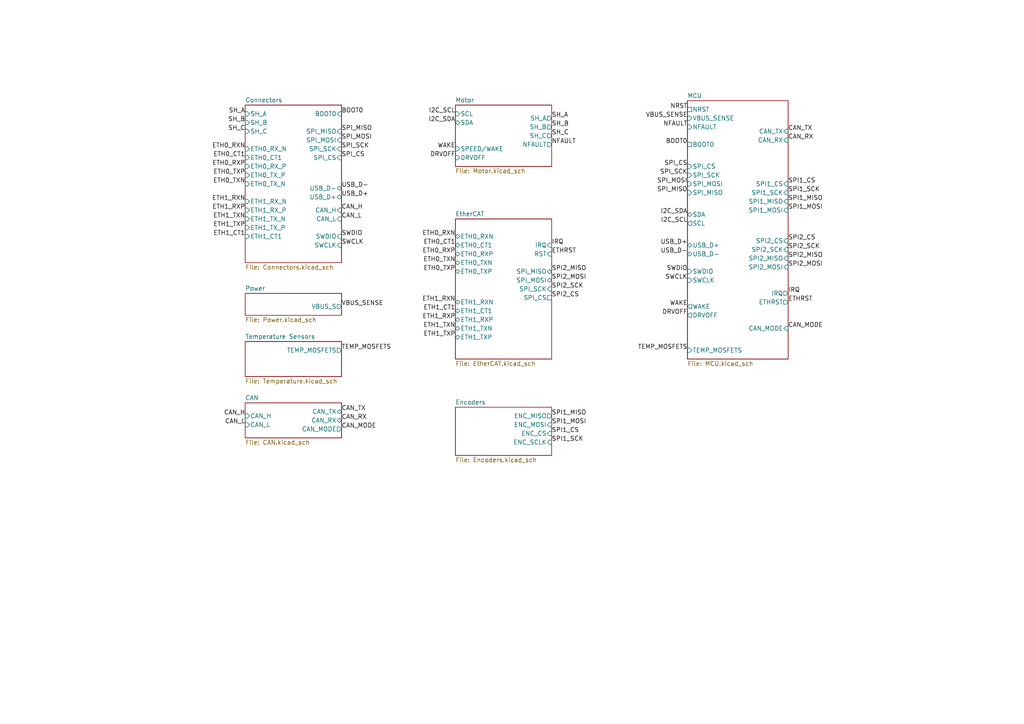
<source format=kicad_sch>
(kicad_sch
	(version 20231120)
	(generator "eeschema")
	(generator_version "8.0")
	(uuid "4c927f80-855d-490a-80b2-e5c55283621a")
	(paper "A4")
	(lib_symbols)
	(label "NRST"
		(at 199.39 31.75 180)
		(fields_autoplaced yes)
		(effects
			(font
				(size 1.27 1.27)
			)
			(justify right bottom)
		)
		(uuid "02f84610-5bdd-4465-aa29-6c8dac7b01af")
	)
	(label "CAN_RX"
		(at 228.6 40.64 0)
		(fields_autoplaced yes)
		(effects
			(font
				(size 1.27 1.27)
			)
			(justify left bottom)
		)
		(uuid "0bf6c9fe-93da-4cc1-995b-4b2818aa772e")
	)
	(label "SPI1_SCK"
		(at 228.6 55.88 0)
		(fields_autoplaced yes)
		(effects
			(font
				(size 1.27 1.27)
			)
			(justify left bottom)
		)
		(uuid "13d7df91-8406-4f9a-ad33-fdb5491dff7b")
	)
	(label "I2C_SDA"
		(at 199.39 62.23 180)
		(fields_autoplaced yes)
		(effects
			(font
				(size 1.27 1.27)
			)
			(justify right bottom)
		)
		(uuid "187ac0b9-0383-4b32-88b5-d04290251970")
	)
	(label "SPI2_SCK"
		(at 228.6 72.39 0)
		(fields_autoplaced yes)
		(effects
			(font
				(size 1.27 1.27)
			)
			(justify left bottom)
		)
		(uuid "1b28495f-2e7b-4265-bcea-6bc183d8326a")
	)
	(label "SPI1_MOSI"
		(at 228.6 60.96 0)
		(fields_autoplaced yes)
		(effects
			(font
				(size 1.27 1.27)
			)
			(justify left bottom)
		)
		(uuid "1b8e1cd2-8a7c-4980-b203-dbdd449eba4d")
	)
	(label "ETH1_RXN"
		(at 132.08 87.63 180)
		(fields_autoplaced yes)
		(effects
			(font
				(size 1.27 1.27)
			)
			(justify right bottom)
		)
		(uuid "1c0178f8-4bed-425a-b6df-d7abdc7df607")
	)
	(label "SPI_MISO"
		(at 199.39 55.88 180)
		(fields_autoplaced yes)
		(effects
			(font
				(size 1.27 1.27)
			)
			(justify right bottom)
		)
		(uuid "22260fda-ea9b-48b6-b48b-a48090fc3bdd")
	)
	(label "VBUS_SENSE"
		(at 199.39 34.29 180)
		(fields_autoplaced yes)
		(effects
			(font
				(size 1.27 1.27)
			)
			(justify right bottom)
		)
		(uuid "28d83530-9b2a-4a2e-b533-4910177958ee")
	)
	(label "CAN_MODE"
		(at 99.06 124.46 0)
		(fields_autoplaced yes)
		(effects
			(font
				(size 1.27 1.27)
			)
			(justify left bottom)
		)
		(uuid "29288a76-bcf8-4e8a-86a0-fce27769ca61")
	)
	(label "WAKE"
		(at 199.39 88.9 180)
		(fields_autoplaced yes)
		(effects
			(font
				(size 1.27 1.27)
			)
			(justify right bottom)
		)
		(uuid "32b9301c-24aa-4160-8a40-00df019aadab")
	)
	(label "SPI2_MISO"
		(at 228.6 74.93 0)
		(fields_autoplaced yes)
		(effects
			(font
				(size 1.27 1.27)
			)
			(justify left bottom)
		)
		(uuid "34905789-c119-4ec2-895c-1a1c520ff46e")
	)
	(label "SWCLK"
		(at 99.06 71.12 0)
		(fields_autoplaced yes)
		(effects
			(font
				(size 1.27 1.27)
			)
			(justify left bottom)
		)
		(uuid "3571142d-88fd-452d-a152-0cf1b78e80ec")
	)
	(label "I2C_SCL"
		(at 199.39 64.77 180)
		(fields_autoplaced yes)
		(effects
			(font
				(size 1.27 1.27)
			)
			(justify right bottom)
		)
		(uuid "387e04ef-040d-4935-98e1-36b96df6ce34")
	)
	(label "USB_D+"
		(at 99.06 57.15 0)
		(fields_autoplaced yes)
		(effects
			(font
				(size 1.27 1.27)
			)
			(justify left bottom)
		)
		(uuid "39093322-7ce1-488f-940b-3cc36c3b215a")
	)
	(label "CAN_RX"
		(at 99.06 121.92 0)
		(fields_autoplaced yes)
		(effects
			(font
				(size 1.27 1.27)
			)
			(justify left bottom)
		)
		(uuid "4122345a-eb98-46da-a929-c1eac2780a4d")
	)
	(label "SPI2_CS"
		(at 160.02 86.36 0)
		(fields_autoplaced yes)
		(effects
			(font
				(size 1.27 1.27)
			)
			(justify left bottom)
		)
		(uuid "414b32e4-feaf-4cb8-926d-2639d3da2fa5")
	)
	(label "SH_B"
		(at 160.02 36.83 0)
		(fields_autoplaced yes)
		(effects
			(font
				(size 1.27 1.27)
			)
			(justify left bottom)
		)
		(uuid "4556101d-872b-4cba-ab2a-8a04f8ed108a")
	)
	(label "SPI1_SCK"
		(at 160.02 128.27 0)
		(fields_autoplaced yes)
		(effects
			(font
				(size 1.27 1.27)
			)
			(justify left bottom)
		)
		(uuid "49b9b0f3-b477-49cd-ad74-c2621225ff99")
	)
	(label "SPI1_MISO"
		(at 160.02 120.65 0)
		(fields_autoplaced yes)
		(effects
			(font
				(size 1.27 1.27)
			)
			(justify left bottom)
		)
		(uuid "4f751b7c-302d-4866-a4b4-e3e619f6d6b3")
	)
	(label "USB_D-"
		(at 199.39 73.66 180)
		(fields_autoplaced yes)
		(effects
			(font
				(size 1.27 1.27)
			)
			(justify right bottom)
		)
		(uuid "50d89f5d-298b-465f-ac53-9a37a875827d")
	)
	(label "NFAULT"
		(at 160.02 41.91 0)
		(fields_autoplaced yes)
		(effects
			(font
				(size 1.27 1.27)
			)
			(justify left bottom)
		)
		(uuid "521e94ea-07a7-4177-b393-fd919bd7ba47")
	)
	(label "ETH0_RXN"
		(at 71.12 43.18 180)
		(fields_autoplaced yes)
		(effects
			(font
				(size 1.27 1.27)
			)
			(justify right bottom)
		)
		(uuid "529ab8cf-9f2a-4c4d-885a-4d7827571e2d")
	)
	(label "ETH1_RXN"
		(at 71.12 58.42 180)
		(fields_autoplaced yes)
		(effects
			(font
				(size 1.27 1.27)
			)
			(justify right bottom)
		)
		(uuid "5876932f-ecda-4384-a26a-a08dd3100c97")
	)
	(label "SWDIO"
		(at 199.39 78.74 180)
		(fields_autoplaced yes)
		(effects
			(font
				(size 1.27 1.27)
			)
			(justify right bottom)
		)
		(uuid "59ce6e6a-aa7e-4504-9588-218fab37ca61")
	)
	(label "ETH0_RXN"
		(at 132.08 68.58 180)
		(fields_autoplaced yes)
		(effects
			(font
				(size 1.27 1.27)
			)
			(justify right bottom)
		)
		(uuid "5b49c261-1ca7-465e-8104-647ae2a4f935")
	)
	(label "SPI_CS"
		(at 199.39 48.26 180)
		(fields_autoplaced yes)
		(effects
			(font
				(size 1.27 1.27)
			)
			(justify right bottom)
		)
		(uuid "60af8084-b49b-4136-bf10-aba14e98d39c")
	)
	(label "CAN_TX"
		(at 99.06 119.38 0)
		(fields_autoplaced yes)
		(effects
			(font
				(size 1.27 1.27)
			)
			(justify left bottom)
		)
		(uuid "63ceb5a8-b5eb-44e9-90f0-366a88221923")
	)
	(label "SPI2_MOSI"
		(at 160.02 81.28 0)
		(fields_autoplaced yes)
		(effects
			(font
				(size 1.27 1.27)
			)
			(justify left bottom)
		)
		(uuid "65f9dbde-ad14-4967-b1b7-3aa3b6546cfe")
	)
	(label "SPI1_MOSI"
		(at 160.02 123.19 0)
		(fields_autoplaced yes)
		(effects
			(font
				(size 1.27 1.27)
			)
			(justify left bottom)
		)
		(uuid "66a8f50c-8965-4b66-9c94-8a0f8d96549f")
	)
	(label "SPI_MISO"
		(at 99.06 38.1 0)
		(fields_autoplaced yes)
		(effects
			(font
				(size 1.27 1.27)
			)
			(justify left bottom)
		)
		(uuid "67e924b3-7477-4ff7-85b1-5d4de95dd46c")
	)
	(label "ETH1_TXN"
		(at 71.12 63.5 180)
		(fields_autoplaced yes)
		(effects
			(font
				(size 1.27 1.27)
			)
			(justify right bottom)
		)
		(uuid "6c3f70a8-a06a-4657-88ce-f85a87e06a20")
	)
	(label "ETH0_TXN"
		(at 71.12 53.34 180)
		(fields_autoplaced yes)
		(effects
			(font
				(size 1.27 1.27)
			)
			(justify right bottom)
		)
		(uuid "6e3aa356-5c51-4f78-ba53-a07e067676d4")
	)
	(label "NFAULT"
		(at 199.39 36.83 180)
		(fields_autoplaced yes)
		(effects
			(font
				(size 1.27 1.27)
			)
			(justify right bottom)
		)
		(uuid "70590270-b5bb-468d-8ef6-32251d2bb143")
	)
	(label "SPI2_SCK"
		(at 160.02 83.82 0)
		(fields_autoplaced yes)
		(effects
			(font
				(size 1.27 1.27)
			)
			(justify left bottom)
		)
		(uuid "708f5c95-254f-4f67-b927-3ebb51c5e89a")
	)
	(label "SH_C"
		(at 71.12 38.1 180)
		(fields_autoplaced yes)
		(effects
			(font
				(size 1.27 1.27)
			)
			(justify right bottom)
		)
		(uuid "73239287-4fce-4c65-a3f8-bd4672154c76")
	)
	(label "SPI_MOSI"
		(at 99.06 40.64 0)
		(fields_autoplaced yes)
		(effects
			(font
				(size 1.27 1.27)
			)
			(justify left bottom)
		)
		(uuid "761f6463-3562-475f-8201-04445e8f3b5a")
	)
	(label "ETHRST"
		(at 160.02 73.66 0)
		(fields_autoplaced yes)
		(effects
			(font
				(size 1.27 1.27)
			)
			(justify left bottom)
		)
		(uuid "76cf506d-9694-4f6a-b2cd-b5dbdf7de529")
	)
	(label "SH_B"
		(at 71.12 35.56 180)
		(fields_autoplaced yes)
		(effects
			(font
				(size 1.27 1.27)
			)
			(justify right bottom)
		)
		(uuid "7ac238df-0fd9-493d-a7c2-be5dc191914b")
	)
	(label "USB_D-"
		(at 99.06 54.61 0)
		(fields_autoplaced yes)
		(effects
			(font
				(size 1.27 1.27)
			)
			(justify left bottom)
		)
		(uuid "7f231080-978e-4394-8b04-cd6a7b0e3762")
	)
	(label "TEMP_MOSFETS"
		(at 99.06 101.6 0)
		(fields_autoplaced yes)
		(effects
			(font
				(size 1.27 1.27)
			)
			(justify left bottom)
		)
		(uuid "806a8a9f-14c5-4b21-a0a4-f25723f64eb2")
	)
	(label "ETH0_TXP"
		(at 132.08 78.74 180)
		(fields_autoplaced yes)
		(effects
			(font
				(size 1.27 1.27)
			)
			(justify right bottom)
		)
		(uuid "86b1ba97-52d0-494b-9076-13a3a5a01957")
	)
	(label "CAN_MODE"
		(at 228.6 95.25 0)
		(fields_autoplaced yes)
		(effects
			(font
				(size 1.27 1.27)
			)
			(justify left bottom)
		)
		(uuid "89212bbf-8b4a-433a-8411-9d62e9f24088")
	)
	(label "ETH0_TXN"
		(at 132.08 76.2 180)
		(fields_autoplaced yes)
		(effects
			(font
				(size 1.27 1.27)
			)
			(justify right bottom)
		)
		(uuid "89704965-dfd1-4688-97a2-4695d81e0237")
	)
	(label "CAN_H"
		(at 99.06 60.96 0)
		(fields_autoplaced yes)
		(effects
			(font
				(size 1.27 1.27)
			)
			(justify left bottom)
		)
		(uuid "89f92578-640a-4e73-b191-b74fcee52cee")
	)
	(label "SPI_SCK"
		(at 99.06 43.18 0)
		(fields_autoplaced yes)
		(effects
			(font
				(size 1.27 1.27)
			)
			(justify left bottom)
		)
		(uuid "8a1bce2c-2524-41cb-9404-c216e57dd7e8")
	)
	(label "BOOT0"
		(at 99.06 33.02 0)
		(fields_autoplaced yes)
		(effects
			(font
				(size 1.27 1.27)
			)
			(justify left bottom)
		)
		(uuid "90d3edbe-d700-4223-aa95-eb74603374b8")
	)
	(label "SPI1_CS"
		(at 228.6 53.34 0)
		(fields_autoplaced yes)
		(effects
			(font
				(size 1.27 1.27)
			)
			(justify left bottom)
		)
		(uuid "921a2bbd-c47f-4db7-8262-26f915622fd2")
	)
	(label "TEMP_MOSFETS"
		(at 199.39 101.6 180)
		(fields_autoplaced yes)
		(effects
			(font
				(size 1.27 1.27)
			)
			(justify right bottom)
		)
		(uuid "99a348bb-971d-4f3c-84ca-320dca9b37c3")
	)
	(label "CAN_H"
		(at 71.12 120.65 180)
		(fields_autoplaced yes)
		(effects
			(font
				(size 1.27 1.27)
			)
			(justify right bottom)
		)
		(uuid "9a3ef9a1-aed5-4e5d-a031-3e9bc8fad3a0")
	)
	(label "ETH0_TXP"
		(at 71.12 50.8 180)
		(fields_autoplaced yes)
		(effects
			(font
				(size 1.27 1.27)
			)
			(justify right bottom)
		)
		(uuid "9f7b687d-04a2-44cd-b335-0961a261aa92")
	)
	(label "SPI2_MOSI"
		(at 228.6 77.47 0)
		(fields_autoplaced yes)
		(effects
			(font
				(size 1.27 1.27)
			)
			(justify left bottom)
		)
		(uuid "a13109f4-ebcd-4f48-8c49-60479f73e786")
	)
	(label "SPI1_CS"
		(at 160.02 125.73 0)
		(fields_autoplaced yes)
		(effects
			(font
				(size 1.27 1.27)
			)
			(justify left bottom)
		)
		(uuid "a18ff11f-027c-44b4-9295-6d57dcd40376")
	)
	(label "ETH1_TXP"
		(at 132.08 97.79 180)
		(fields_autoplaced yes)
		(effects
			(font
				(size 1.27 1.27)
			)
			(justify right bottom)
		)
		(uuid "a349e52a-b7a4-4b41-b758-ecf25f1a6cec")
	)
	(label "SPI2_CS"
		(at 228.6 69.85 0)
		(fields_autoplaced yes)
		(effects
			(font
				(size 1.27 1.27)
			)
			(justify left bottom)
		)
		(uuid "a62afe70-34ac-4b4d-bfaf-64ef20051b28")
	)
	(label "DRVOFF"
		(at 132.08 45.72 180)
		(fields_autoplaced yes)
		(effects
			(font
				(size 1.27 1.27)
			)
			(justify right bottom)
		)
		(uuid "a74682ea-e496-426c-8926-12960d7a1541")
	)
	(label "SH_A"
		(at 160.02 34.29 0)
		(fields_autoplaced yes)
		(effects
			(font
				(size 1.27 1.27)
			)
			(justify left bottom)
		)
		(uuid "a848b64d-a7da-4b77-86dd-1c0bc6647f73")
	)
	(label "SPI2_MISO"
		(at 160.02 78.74 0)
		(fields_autoplaced yes)
		(effects
			(font
				(size 1.27 1.27)
			)
			(justify left bottom)
		)
		(uuid "aca623af-a73f-4b9f-ad50-db1145629047")
	)
	(label "SWDIO"
		(at 99.06 68.58 0)
		(fields_autoplaced yes)
		(effects
			(font
				(size 1.27 1.27)
			)
			(justify left bottom)
		)
		(uuid "acd1f192-3d70-457a-95e4-6d43353a73ff")
	)
	(label "WAKE"
		(at 132.08 43.18 180)
		(fields_autoplaced yes)
		(effects
			(font
				(size 1.27 1.27)
			)
			(justify right bottom)
		)
		(uuid "b1c349bd-a5cf-4a41-b02d-34dd982a1439")
	)
	(label "ETH0_CT1"
		(at 132.08 71.12 180)
		(fields_autoplaced yes)
		(effects
			(font
				(size 1.27 1.27)
			)
			(justify right bottom)
		)
		(uuid "b29831e2-de5e-4f08-8f58-89bda01c4e73")
	)
	(label "SH_C"
		(at 160.02 39.37 0)
		(fields_autoplaced yes)
		(effects
			(font
				(size 1.27 1.27)
			)
			(justify left bottom)
		)
		(uuid "b3d8718e-38c2-489d-9b3a-e387dd2ad5e7")
	)
	(label "SPI1_MISO"
		(at 228.6 58.42 0)
		(fields_autoplaced yes)
		(effects
			(font
				(size 1.27 1.27)
			)
			(justify left bottom)
		)
		(uuid "b5a07043-0f1d-4773-9418-2ec29f7df913")
	)
	(label "CAN_L"
		(at 99.06 63.5 0)
		(fields_autoplaced yes)
		(effects
			(font
				(size 1.27 1.27)
			)
			(justify left bottom)
		)
		(uuid "b69044a2-e1ef-4f39-8ba2-393deb42ea2e")
	)
	(label "SH_A"
		(at 71.12 33.02 180)
		(fields_autoplaced yes)
		(effects
			(font
				(size 1.27 1.27)
			)
			(justify right bottom)
		)
		(uuid "b7815a16-49c1-429b-a524-00711d04597b")
	)
	(label "ETH1_CT1"
		(at 71.12 68.58 180)
		(fields_autoplaced yes)
		(effects
			(font
				(size 1.27 1.27)
			)
			(justify right bottom)
		)
		(uuid "bdc96624-d040-45d5-92ce-e857edb2358d")
	)
	(label "IRQ"
		(at 160.02 71.12 0)
		(fields_autoplaced yes)
		(effects
			(font
				(size 1.27 1.27)
			)
			(justify left bottom)
		)
		(uuid "be603c7b-a479-4860-9529-9163666ccebb")
	)
	(label "SPI_CS"
		(at 99.06 45.72 0)
		(fields_autoplaced yes)
		(effects
			(font
				(size 1.27 1.27)
			)
			(justify left bottom)
		)
		(uuid "c14199fe-3a94-406c-a185-9e681162fa36")
	)
	(label "CAN_L"
		(at 71.12 123.19 180)
		(fields_autoplaced yes)
		(effects
			(font
				(size 1.27 1.27)
			)
			(justify right bottom)
		)
		(uuid "c35e9977-12bd-47b4-9fd5-86b7a4516d20")
	)
	(label "ETHRST"
		(at 228.6 87.63 0)
		(fields_autoplaced yes)
		(effects
			(font
				(size 1.27 1.27)
			)
			(justify left bottom)
		)
		(uuid "c38ca667-120d-4251-a08c-5cfc0f7b5fd8")
	)
	(label "I2C_SCL"
		(at 132.08 33.02 180)
		(fields_autoplaced yes)
		(effects
			(font
				(size 1.27 1.27)
			)
			(justify right bottom)
		)
		(uuid "c641c41e-2129-453f-9b71-c9c18950ad33")
	)
	(label "ETH1_RXP"
		(at 71.12 60.96 180)
		(fields_autoplaced yes)
		(effects
			(font
				(size 1.27 1.27)
			)
			(justify right bottom)
		)
		(uuid "c77bdbd0-ef94-4648-8766-f978df671286")
	)
	(label "I2C_SDA"
		(at 132.08 35.56 180)
		(fields_autoplaced yes)
		(effects
			(font
				(size 1.27 1.27)
			)
			(justify right bottom)
		)
		(uuid "d1233ec6-4b76-4950-9eda-90892642c347")
	)
	(label "ETH0_RXP"
		(at 132.08 73.66 180)
		(fields_autoplaced yes)
		(effects
			(font
				(size 1.27 1.27)
			)
			(justify right bottom)
		)
		(uuid "e0110328-ed54-4b0f-bb6d-fd48aef5dab6")
	)
	(label "SPI_MOSI"
		(at 199.39 53.34 180)
		(fields_autoplaced yes)
		(effects
			(font
				(size 1.27 1.27)
			)
			(justify right bottom)
		)
		(uuid "e1bc44d0-3d76-451c-a7e1-447014c643e0")
	)
	(label "BOOT0"
		(at 199.39 41.91 180)
		(fields_autoplaced yes)
		(effects
			(font
				(size 1.27 1.27)
			)
			(justify right bottom)
		)
		(uuid "e1db208d-c957-495e-8150-f6f680b323d6")
	)
	(label "IRQ"
		(at 228.6 85.09 0)
		(fields_autoplaced yes)
		(effects
			(font
				(size 1.27 1.27)
			)
			(justify left bottom)
		)
		(uuid "e3f8c4cc-a962-4397-bcef-9f39ebf80ecb")
	)
	(label "CAN_TX"
		(at 228.6 38.1 0)
		(fields_autoplaced yes)
		(effects
			(font
				(size 1.27 1.27)
			)
			(justify left bottom)
		)
		(uuid "e425e822-7186-438d-b8d1-9bc5a07f04cc")
	)
	(label "SPI_SCK"
		(at 199.39 50.8 180)
		(fields_autoplaced yes)
		(effects
			(font
				(size 1.27 1.27)
			)
			(justify right bottom)
		)
		(uuid "e4d1eedf-de3e-4b73-9381-eae37c172338")
	)
	(label "DRVOFF"
		(at 199.39 91.44 180)
		(fields_autoplaced yes)
		(effects
			(font
				(size 1.27 1.27)
			)
			(justify right bottom)
		)
		(uuid "eb1791ca-0e9a-423c-9565-9e0817dd5574")
	)
	(label "ETH1_TXN"
		(at 132.08 95.25 180)
		(fields_autoplaced yes)
		(effects
			(font
				(size 1.27 1.27)
			)
			(justify right bottom)
		)
		(uuid "ed23622c-53a8-41f8-8211-8ecadd144a8a")
	)
	(label "USB_D+"
		(at 199.39 71.12 180)
		(fields_autoplaced yes)
		(effects
			(font
				(size 1.27 1.27)
			)
			(justify right bottom)
		)
		(uuid "f02bc4e7-23c9-4a0e-b0e2-88c1aabc7d7b")
	)
	(label "ETH0_CT1"
		(at 71.12 45.72 180)
		(fields_autoplaced yes)
		(effects
			(font
				(size 1.27 1.27)
			)
			(justify right bottom)
		)
		(uuid "f1351a5b-5294-43e7-8fea-78bd8e346379")
	)
	(label "ETH1_TXP"
		(at 71.12 66.04 180)
		(fields_autoplaced yes)
		(effects
			(font
				(size 1.27 1.27)
			)
			(justify right bottom)
		)
		(uuid "f637213b-9a98-4a81-acd3-a8f97a8e5109")
	)
	(label "VBUS_SENSE"
		(at 99.06 88.9 0)
		(fields_autoplaced yes)
		(effects
			(font
				(size 1.27 1.27)
			)
			(justify left bottom)
		)
		(uuid "f6ebe099-1937-4b98-87d7-0943b81d66e3")
	)
	(label "ETH0_RXP"
		(at 71.12 48.26 180)
		(fields_autoplaced yes)
		(effects
			(font
				(size 1.27 1.27)
			)
			(justify right bottom)
		)
		(uuid "f853a6d6-060d-4482-9bb6-36f9db3dd341")
	)
	(label "ETH1_CT1"
		(at 132.08 90.17 180)
		(fields_autoplaced yes)
		(effects
			(font
				(size 1.27 1.27)
			)
			(justify right bottom)
		)
		(uuid "f95e8e21-ea4f-40fb-8cae-0309dd3ab40a")
	)
	(label "SWCLK"
		(at 199.39 81.28 180)
		(fields_autoplaced yes)
		(effects
			(font
				(size 1.27 1.27)
			)
			(justify right bottom)
		)
		(uuid "fbc1197e-8f8b-48c4-a483-d559ba60f707")
	)
	(label "ETH1_RXP"
		(at 132.08 92.71 180)
		(fields_autoplaced yes)
		(effects
			(font
				(size 1.27 1.27)
			)
			(justify right bottom)
		)
		(uuid "fe235473-49c9-4535-938b-3d37db854447")
	)
	(sheet
		(at 71.12 116.84)
		(size 27.94 10.16)
		(fields_autoplaced yes)
		(stroke
			(width 0.1524)
			(type solid)
		)
		(fill
			(color 0 0 0 0.0000)
		)
		(uuid "031ccf09-f504-428a-ac4b-85044b6b61cc")
		(property "Sheetname" "CAN"
			(at 71.12 116.1284 0)
			(effects
				(font
					(size 1.27 1.27)
				)
				(justify left bottom)
			)
		)
		(property "Sheetfile" "CAN.kicad_sch"
			(at 71.12 127.5846 0)
			(effects
				(font
					(size 1.27 1.27)
				)
				(justify left top)
			)
		)
		(pin "CAN_TX" bidirectional
			(at 99.06 119.38 0)
			(effects
				(font
					(size 1.27 1.27)
				)
				(justify right)
			)
			(uuid "0beed5f6-cb9a-46fc-9c2f-290ca6d6d8ca")
		)
		(pin "CAN_RX" bidirectional
			(at 99.06 121.92 0)
			(effects
				(font
					(size 1.27 1.27)
				)
				(justify right)
			)
			(uuid "c63e5be9-c5d4-48c1-91cc-3b3d3bbddfcb")
		)
		(pin "CAN_MODE" output
			(at 99.06 124.46 0)
			(effects
				(font
					(size 1.27 1.27)
				)
				(justify right)
			)
			(uuid "83823994-8928-4330-aaba-98974ecdc763")
		)
		(pin "CAN_L" input
			(at 71.12 123.19 180)
			(effects
				(font
					(size 1.27 1.27)
				)
				(justify left)
			)
			(uuid "8e3f938a-69e9-402b-a026-57bd134238bc")
		)
		(pin "CAN_H" input
			(at 71.12 120.65 180)
			(effects
				(font
					(size 1.27 1.27)
				)
				(justify left)
			)
			(uuid "9a02e1f0-8629-4430-9210-ef4d80dce59b")
		)
		(instances
			(project "EtherCATControllerHP"
				(path "/4c927f80-855d-490a-80b2-e5c55283621a"
					(page "11")
				)
			)
		)
	)
	(sheet
		(at 132.08 118.11)
		(size 27.94 13.97)
		(fields_autoplaced yes)
		(stroke
			(width 0.1524)
			(type solid)
		)
		(fill
			(color 0 0 0 0.0000)
		)
		(uuid "291d75c0-9b01-441a-b9c6-00564eedb7f8")
		(property "Sheetname" "Encoders"
			(at 132.08 117.3984 0)
			(effects
				(font
					(size 1.27 1.27)
				)
				(justify left bottom)
			)
		)
		(property "Sheetfile" "Encoders.kicad_sch"
			(at 132.08 132.6646 0)
			(effects
				(font
					(size 1.27 1.27)
				)
				(justify left top)
			)
		)
		(pin "ENC_MISO" output
			(at 160.02 120.65 0)
			(effects
				(font
					(size 1.27 1.27)
				)
				(justify right)
			)
			(uuid "578887ec-755d-4942-b460-4cd20219d6e4")
		)
		(pin "ENC_CS" input
			(at 160.02 125.73 0)
			(effects
				(font
					(size 1.27 1.27)
				)
				(justify right)
			)
			(uuid "95b3f107-f1cb-4350-8dfa-90df88bc7aae")
		)
		(pin "ENC_SCLK" input
			(at 160.02 128.27 0)
			(effects
				(font
					(size 1.27 1.27)
				)
				(justify right)
			)
			(uuid "4bcae52c-3fdc-4454-95c3-a062b9e731a3")
		)
		(pin "ENC_MOSI" input
			(at 160.02 123.19 0)
			(effects
				(font
					(size 1.27 1.27)
				)
				(justify right)
			)
			(uuid "fb743bbf-db25-418b-8d6d-648a0ee246dd")
		)
		(instances
			(project "EtherCATControllerHP"
				(path "/4c927f80-855d-490a-80b2-e5c55283621a"
					(page "5")
				)
			)
		)
	)
	(sheet
		(at 71.12 99.06)
		(size 27.94 10.16)
		(fields_autoplaced yes)
		(stroke
			(width 0.1524)
			(type solid)
		)
		(fill
			(color 0 0 0 0.0000)
		)
		(uuid "3d7b868b-5ec8-42b4-b20a-2737192e1f48")
		(property "Sheetname" "Temperature Sensors"
			(at 71.12 98.3484 0)
			(effects
				(font
					(size 1.27 1.27)
				)
				(justify left bottom)
			)
		)
		(property "Sheetfile" "Temperature.kicad_sch"
			(at 71.12 109.8046 0)
			(effects
				(font
					(size 1.27 1.27)
				)
				(justify left top)
			)
		)
		(pin "TEMP_MOSFETS" output
			(at 99.06 101.6 0)
			(effects
				(font
					(size 1.27 1.27)
				)
				(justify right)
			)
			(uuid "6cfd18d4-4988-42f8-bf47-ff037de57150")
		)
		(instances
			(project "EtherCATControllerHP"
				(path "/4c927f80-855d-490a-80b2-e5c55283621a"
					(page "10")
				)
			)
		)
	)
	(sheet
		(at 199.39 29.21)
		(size 29.21 74.93)
		(fields_autoplaced yes)
		(stroke
			(width 0.1524)
			(type solid)
		)
		(fill
			(color 0 0 0 0.0000)
		)
		(uuid "5ac89ae2-4d69-4fd6-b754-7aee59ff7a56")
		(property "Sheetname" "MCU"
			(at 199.39 28.4984 0)
			(effects
				(font
					(size 1.27 1.27)
				)
				(justify left bottom)
			)
		)
		(property "Sheetfile" "MCU.kicad_sch"
			(at 199.39 104.7246 0)
			(effects
				(font
					(size 1.27 1.27)
				)
				(justify left top)
			)
		)
		(pin "SPI_SCK" input
			(at 199.39 50.8 180)
			(effects
				(font
					(size 1.27 1.27)
				)
				(justify left)
			)
			(uuid "f35801ce-6f3b-4012-8858-ec046b7da6fe")
		)
		(pin "SPI_MOSI" input
			(at 199.39 53.34 180)
			(effects
				(font
					(size 1.27 1.27)
				)
				(justify left)
			)
			(uuid "40dc1de1-223f-4949-8d64-8e41680aaa11")
		)
		(pin "SPI_MISO" input
			(at 199.39 55.88 180)
			(effects
				(font
					(size 1.27 1.27)
				)
				(justify left)
			)
			(uuid "30df1c26-e2c1-4ce9-a557-e42f39be0e33")
		)
		(pin "SPI_CS" input
			(at 199.39 48.26 180)
			(effects
				(font
					(size 1.27 1.27)
				)
				(justify left)
			)
			(uuid "b3ff2fdb-3b41-4a50-af77-918f394f6343")
		)
		(pin "SDA" bidirectional
			(at 199.39 62.23 180)
			(effects
				(font
					(size 1.27 1.27)
				)
				(justify left)
			)
			(uuid "1e0fe412-689b-4e1f-8f6d-008197cd3673")
		)
		(pin "SCL" output
			(at 199.39 64.77 180)
			(effects
				(font
					(size 1.27 1.27)
				)
				(justify left)
			)
			(uuid "fff7ce48-09ea-40b7-a5f5-dddbcb6237ed")
		)
		(pin "USB_D+" bidirectional
			(at 199.39 71.12 180)
			(effects
				(font
					(size 1.27 1.27)
				)
				(justify left)
			)
			(uuid "402d294c-34fd-4aae-b690-bae2c81e88c6")
		)
		(pin "USB_D-" bidirectional
			(at 199.39 73.66 180)
			(effects
				(font
					(size 1.27 1.27)
				)
				(justify left)
			)
			(uuid "b0b2dc2a-0374-4495-a978-65d1a5a79651")
		)
		(pin "SWDIO" input
			(at 199.39 78.74 180)
			(effects
				(font
					(size 1.27 1.27)
				)
				(justify left)
			)
			(uuid "5a5e8ac6-90d1-4d8d-8bc9-774b22dfaa75")
		)
		(pin "SWCLK" input
			(at 199.39 81.28 180)
			(effects
				(font
					(size 1.27 1.27)
				)
				(justify left)
			)
			(uuid "4faa71c9-89ee-4ace-8b8b-7fcd8c3b5fc5")
		)
		(pin "VBUS_SENSE" input
			(at 199.39 34.29 180)
			(effects
				(font
					(size 1.27 1.27)
				)
				(justify left)
			)
			(uuid "13abc446-bfc6-42fa-9b7b-d0ba6a280399")
		)
		(pin "BOOT0" passive
			(at 199.39 41.91 180)
			(effects
				(font
					(size 1.27 1.27)
				)
				(justify left)
			)
			(uuid "20d6eba0-ef4e-45ad-8d94-daed5b1db968")
		)
		(pin "NRST" passive
			(at 199.39 31.75 180)
			(effects
				(font
					(size 1.27 1.27)
				)
				(justify left)
			)
			(uuid "de55f29b-01d9-467a-99bc-ad3e59ff3d9b")
		)
		(pin "SPI2_SCK" input
			(at 228.6 72.39 0)
			(effects
				(font
					(size 1.27 1.27)
				)
				(justify right)
			)
			(uuid "a319bfc2-be1f-4f32-91bb-5622026ace12")
		)
		(pin "SPI2_CS" input
			(at 228.6 69.85 0)
			(effects
				(font
					(size 1.27 1.27)
				)
				(justify right)
			)
			(uuid "6ef01016-c13a-4d37-88ad-9f35ff6874eb")
		)
		(pin "SPI1_CS" input
			(at 228.6 53.34 0)
			(effects
				(font
					(size 1.27 1.27)
				)
				(justify right)
			)
			(uuid "1c0a1ebf-4dd6-4bdb-8000-955a717e4b29")
		)
		(pin "SPI1_SCK" input
			(at 228.6 55.88 0)
			(effects
				(font
					(size 1.27 1.27)
				)
				(justify right)
			)
			(uuid "49829681-8523-4838-8cc9-e92c7e363273")
		)
		(pin "SPI1_MISO" input
			(at 228.6 58.42 0)
			(effects
				(font
					(size 1.27 1.27)
				)
				(justify right)
			)
			(uuid "cb163c9d-7903-4c76-9e0e-b7f414f4a2a1")
		)
		(pin "SPI1_MOSI" input
			(at 228.6 60.96 0)
			(effects
				(font
					(size 1.27 1.27)
				)
				(justify right)
			)
			(uuid "0a662054-983a-4849-80dd-0825c922d488")
		)
		(pin "SPI2_MISO" input
			(at 228.6 74.93 0)
			(effects
				(font
					(size 1.27 1.27)
				)
				(justify right)
			)
			(uuid "ed2d71e8-43a4-4dbd-b889-43869d77e909")
		)
		(pin "SPI2_MOSI" input
			(at 228.6 77.47 0)
			(effects
				(font
					(size 1.27 1.27)
				)
				(justify right)
			)
			(uuid "14f14f53-3b76-4932-910c-b717dcca9d66")
		)
		(pin "WAKE" output
			(at 199.39 88.9 180)
			(effects
				(font
					(size 1.27 1.27)
				)
				(justify left)
			)
			(uuid "711435d3-7917-463c-a84d-076ba717d30e")
		)
		(pin "DRVOFF" output
			(at 199.39 91.44 180)
			(effects
				(font
					(size 1.27 1.27)
				)
				(justify left)
			)
			(uuid "da3f9f58-bc2f-4e81-8092-11decbc0b2c1")
		)
		(pin "IRQ" output
			(at 228.6 85.09 0)
			(effects
				(font
					(size 1.27 1.27)
				)
				(justify right)
			)
			(uuid "4d8c6707-9a19-4d93-a0ed-27e827c0c34b")
		)
		(pin "ETHRST" output
			(at 228.6 87.63 0)
			(effects
				(font
					(size 1.27 1.27)
				)
				(justify right)
			)
			(uuid "58d8d5ef-7143-46c5-9300-44e6ee2ede77")
		)
		(pin "NFAULT" input
			(at 199.39 36.83 180)
			(effects
				(font
					(size 1.27 1.27)
				)
				(justify left)
			)
			(uuid "9a194651-fb1e-48ad-a14d-fb0aa1bde745")
		)
		(pin "TEMP_MOSFETS" input
			(at 199.39 101.6 180)
			(effects
				(font
					(size 1.27 1.27)
				)
				(justify left)
			)
			(uuid "173ebfeb-d485-47d3-8aa7-861a4db9c93f")
		)
		(pin "CAN_TX" input
			(at 228.6 38.1 0)
			(effects
				(font
					(size 1.27 1.27)
				)
				(justify right)
			)
			(uuid "d533fdd5-5eff-4d41-a918-ded04dea11d7")
		)
		(pin "CAN_RX" input
			(at 228.6 40.64 0)
			(effects
				(font
					(size 1.27 1.27)
				)
				(justify right)
			)
			(uuid "46658d4d-6c09-4047-b6ba-130aafe60277")
		)
		(pin "CAN_MODE" input
			(at 228.6 95.25 0)
			(effects
				(font
					(size 1.27 1.27)
				)
				(justify right)
			)
			(uuid "3c6bbf2e-7482-40be-95bf-f72e2e060d3b")
		)
		(instances
			(project "EtherCATControllerHP"
				(path "/4c927f80-855d-490a-80b2-e5c55283621a"
					(page "2")
				)
			)
		)
	)
	(sheet
		(at 71.12 30.48)
		(size 27.94 45.72)
		(fields_autoplaced yes)
		(stroke
			(width 0.1524)
			(type solid)
		)
		(fill
			(color 0 0 0 0.0000)
		)
		(uuid "6b6e615f-099d-4b57-8a21-048f9b8db3e5")
		(property "Sheetname" "Connectors"
			(at 71.12 29.7684 0)
			(effects
				(font
					(size 1.27 1.27)
				)
				(justify left bottom)
			)
		)
		(property "Sheetfile" "Connectors.kicad_sch"
			(at 71.12 76.7846 0)
			(effects
				(font
					(size 1.27 1.27)
				)
				(justify left top)
			)
		)
		(pin "USB_D+" bidirectional
			(at 99.06 57.15 0)
			(effects
				(font
					(size 1.27 1.27)
				)
				(justify right)
			)
			(uuid "72dff088-2e01-43d3-826c-6639e924cbc4")
		)
		(pin "USB_D-" bidirectional
			(at 99.06 54.61 0)
			(effects
				(font
					(size 1.27 1.27)
				)
				(justify right)
			)
			(uuid "f43bcbd2-8e9a-46cc-8e69-bc518b4838bb")
		)
		(pin "ETH1_CT1" input
			(at 71.12 68.58 180)
			(effects
				(font
					(size 1.27 1.27)
				)
				(justify left)
			)
			(uuid "2690eb34-6f7c-4e9d-aa96-9eedb09d62d2")
		)
		(pin "BOOT0" input
			(at 99.06 33.02 0)
			(effects
				(font
					(size 1.27 1.27)
				)
				(justify right)
			)
			(uuid "ef8a0781-3064-4fcf-a10e-372c1dc52d3b")
		)
		(pin "ETH0_CT1" input
			(at 71.12 45.72 180)
			(effects
				(font
					(size 1.27 1.27)
				)
				(justify left)
			)
			(uuid "1ece7f13-3b29-4572-9d04-a8024d7d0bd0")
		)
		(pin "ETH1_TX_N" input
			(at 71.12 63.5 180)
			(effects
				(font
					(size 1.27 1.27)
				)
				(justify left)
			)
			(uuid "124b823e-f6d6-4f04-b022-8dbdcda36121")
		)
		(pin "ETH1_TX_P" input
			(at 71.12 66.04 180)
			(effects
				(font
					(size 1.27 1.27)
				)
				(justify left)
			)
			(uuid "3a8372da-0460-401b-adb9-0faf66f54ff6")
		)
		(pin "ETH1_RX_N" input
			(at 71.12 58.42 180)
			(effects
				(font
					(size 1.27 1.27)
				)
				(justify left)
			)
			(uuid "36303f06-4247-4276-9f2f-451fa59927e2")
		)
		(pin "ETH1_RX_P" input
			(at 71.12 60.96 180)
			(effects
				(font
					(size 1.27 1.27)
				)
				(justify left)
			)
			(uuid "91965f21-f146-4333-914a-5d6cd037199b")
		)
		(pin "ETH0_TX_N" input
			(at 71.12 53.34 180)
			(effects
				(font
					(size 1.27 1.27)
				)
				(justify left)
			)
			(uuid "7e48c15d-c252-4fdf-a4ea-2f592a85ccd9")
		)
		(pin "ETH0_TX_P" input
			(at 71.12 50.8 180)
			(effects
				(font
					(size 1.27 1.27)
				)
				(justify left)
			)
			(uuid "839ae767-4cad-4fb7-a0d4-71dfbafc4ff0")
		)
		(pin "ETH0_RX_N" input
			(at 71.12 43.18 180)
			(effects
				(font
					(size 1.27 1.27)
				)
				(justify left)
			)
			(uuid "97493d06-36f8-4798-b35a-023dfc906076")
		)
		(pin "ETH0_RX_P" input
			(at 71.12 48.26 180)
			(effects
				(font
					(size 1.27 1.27)
				)
				(justify left)
			)
			(uuid "801cd3c6-fc82-43b6-89c7-32babe7b2a0a")
		)
		(pin "SPI_SCK" input
			(at 99.06 43.18 0)
			(effects
				(font
					(size 1.27 1.27)
				)
				(justify right)
			)
			(uuid "e8896aec-c2a8-4789-a0a8-6637000c2643")
		)
		(pin "SPI_CS" input
			(at 99.06 45.72 0)
			(effects
				(font
					(size 1.27 1.27)
				)
				(justify right)
			)
			(uuid "cb80f887-73fb-4598-a852-5c44500ee7d4")
		)
		(pin "SWDIO" input
			(at 99.06 68.58 0)
			(effects
				(font
					(size 1.27 1.27)
				)
				(justify right)
			)
			(uuid "f62c3fa9-e2f4-4715-b750-9fa300a7fbcc")
		)
		(pin "SH_C" input
			(at 71.12 38.1 180)
			(effects
				(font
					(size 1.27 1.27)
				)
				(justify left)
			)
			(uuid "ab0b1b85-6efa-491a-8fa6-09bf78477755")
		)
		(pin "SH_A" input
			(at 71.12 33.02 180)
			(effects
				(font
					(size 1.27 1.27)
				)
				(justify left)
			)
			(uuid "9bf93afb-c5c5-4da9-ba31-23939436f81a")
		)
		(pin "SH_B" input
			(at 71.12 35.56 180)
			(effects
				(font
					(size 1.27 1.27)
				)
				(justify left)
			)
			(uuid "a1e5b302-54d2-4ff7-be89-7c83c01558b0")
		)
		(pin "SWCLK" input
			(at 99.06 71.12 0)
			(effects
				(font
					(size 1.27 1.27)
				)
				(justify right)
			)
			(uuid "4d126c67-1a9e-437e-af04-a9e33b7d1218")
		)
		(pin "SPI_MOSI" input
			(at 99.06 40.64 0)
			(effects
				(font
					(size 1.27 1.27)
				)
				(justify right)
			)
			(uuid "1be9b24c-c9f8-4c20-9763-94a4db73800e")
		)
		(pin "SPI_MISO" input
			(at 99.06 38.1 0)
			(effects
				(font
					(size 1.27 1.27)
				)
				(justify right)
			)
			(uuid "9a4ade4a-5f56-4c1c-9489-4d75047aa9ea")
		)
		(pin "CAN_L" input
			(at 99.06 63.5 0)
			(effects
				(font
					(size 1.27 1.27)
				)
				(justify right)
			)
			(uuid "462b05b3-e429-49ba-a436-c7ade0d9ef4f")
		)
		(pin "CAN_H" input
			(at 99.06 60.96 0)
			(effects
				(font
					(size 1.27 1.27)
				)
				(justify right)
			)
			(uuid "fda629cd-791e-4d52-a1fe-6c3a523ed085")
		)
		(instances
			(project "EtherCATControllerHP"
				(path "/4c927f80-855d-490a-80b2-e5c55283621a"
					(page "6")
				)
			)
		)
	)
	(sheet
		(at 71.12 85.09)
		(size 27.94 6.35)
		(fields_autoplaced yes)
		(stroke
			(width 0.1524)
			(type solid)
		)
		(fill
			(color 0 0 0 0.0000)
		)
		(uuid "8ad53e1c-08f0-40db-b0fb-703203134f02")
		(property "Sheetname" "Power"
			(at 71.12 84.3784 0)
			(effects
				(font
					(size 1.27 1.27)
				)
				(justify left bottom)
			)
		)
		(property "Sheetfile" "Power.kicad_sch"
			(at 71.12 92.0246 0)
			(effects
				(font
					(size 1.27 1.27)
				)
				(justify left top)
			)
		)
		(pin "VBUS_S" output
			(at 99.06 88.9 0)
			(effects
				(font
					(size 1.27 1.27)
				)
				(justify right)
			)
			(uuid "294d9b17-3402-4542-98ff-eaabcc1200cb")
		)
		(instances
			(project "EtherCATControllerHP"
				(path "/4c927f80-855d-490a-80b2-e5c55283621a"
					(page "3")
				)
			)
		)
	)
	(sheet
		(at 132.08 30.48)
		(size 27.94 17.78)
		(fields_autoplaced yes)
		(stroke
			(width 0.1524)
			(type solid)
		)
		(fill
			(color 0 0 0 0.0000)
		)
		(uuid "b8886fcf-711b-4283-9745-a57e39aa3085")
		(property "Sheetname" "Motor"
			(at 132.08 29.7684 0)
			(effects
				(font
					(size 1.27 1.27)
				)
				(justify left bottom)
			)
		)
		(property "Sheetfile" "Motor.kicad_sch"
			(at 132.08 48.8446 0)
			(effects
				(font
					(size 1.27 1.27)
				)
				(justify left top)
			)
		)
		(pin "SH_A" output
			(at 160.02 34.29 0)
			(effects
				(font
					(size 1.27 1.27)
				)
				(justify right)
			)
			(uuid "6f06f074-06a3-46fa-bad6-9778dc90bc0b")
		)
		(pin "SH_C" output
			(at 160.02 39.37 0)
			(effects
				(font
					(size 1.27 1.27)
				)
				(justify right)
			)
			(uuid "3c6e3459-7e99-486d-88a7-f8cd7125ca6a")
		)
		(pin "SH_B" output
			(at 160.02 36.83 0)
			(effects
				(font
					(size 1.27 1.27)
				)
				(justify right)
			)
			(uuid "2dac7614-e687-40ca-80ae-da55499702a0")
		)
		(pin "SDA" bidirectional
			(at 132.08 35.56 180)
			(effects
				(font
					(size 1.27 1.27)
				)
				(justify left)
			)
			(uuid "a46f2722-9d1b-4d9c-bdde-37233ff89437")
		)
		(pin "DRVOFF" input
			(at 132.08 45.72 180)
			(effects
				(font
					(size 1.27 1.27)
				)
				(justify left)
			)
			(uuid "d09bae4d-1e78-4205-bfa2-61c3c0d7921f")
		)
		(pin "SPEED{slash}WAKE" input
			(at 132.08 43.18 180)
			(effects
				(font
					(size 1.27 1.27)
				)
				(justify left)
			)
			(uuid "eff09411-52ea-4acc-a17f-dfc85e77aa45")
		)
		(pin "SCL" input
			(at 132.08 33.02 180)
			(effects
				(font
					(size 1.27 1.27)
				)
				(justify left)
			)
			(uuid "1116fb91-4d3d-4a34-b5d0-0b4f202b42a2")
		)
		(pin "NFAULT" output
			(at 160.02 41.91 0)
			(effects
				(font
					(size 1.27 1.27)
				)
				(justify right)
			)
			(uuid "2e5258d7-0801-4a5e-818c-fae6b955f904")
		)
		(instances
			(project "EtherCATControllerHP"
				(path "/4c927f80-855d-490a-80b2-e5c55283621a"
					(page "8")
				)
			)
		)
	)
	(sheet
		(at 132.08 63.5)
		(size 27.94 40.64)
		(fields_autoplaced yes)
		(stroke
			(width 0.1524)
			(type solid)
		)
		(fill
			(color 0 0 0 0.0000)
		)
		(uuid "cad623bd-0572-47cb-84c6-b48870fe6ed3")
		(property "Sheetname" "EtherCAT"
			(at 132.08 62.7884 0)
			(effects
				(font
					(size 1.27 1.27)
				)
				(justify left bottom)
			)
		)
		(property "Sheetfile" "EtherCAT.kicad_sch"
			(at 132.08 104.7246 0)
			(effects
				(font
					(size 1.27 1.27)
				)
				(justify left top)
			)
		)
		(pin "SPI_MISO" bidirectional
			(at 160.02 78.74 0)
			(effects
				(font
					(size 1.27 1.27)
				)
				(justify right)
			)
			(uuid "6a45c7f0-06cd-4c53-bf69-2bf48ee45d3f")
		)
		(pin "SPI_MOSI" bidirectional
			(at 160.02 81.28 0)
			(effects
				(font
					(size 1.27 1.27)
				)
				(justify right)
			)
			(uuid "78c69ba3-a389-4211-abae-26348a5a612e")
		)
		(pin "SPI_SCK" input
			(at 160.02 83.82 0)
			(effects
				(font
					(size 1.27 1.27)
				)
				(justify right)
			)
			(uuid "28ec50fa-bc25-4766-b14e-b1d2ee23e197")
		)
		(pin "RST" input
			(at 160.02 73.66 0)
			(effects
				(font
					(size 1.27 1.27)
				)
				(justify right)
			)
			(uuid "95348def-8460-42e8-93a4-05ab92e5de72")
		)
		(pin "SPI_CS" passive
			(at 160.02 86.36 0)
			(effects
				(font
					(size 1.27 1.27)
				)
				(justify right)
			)
			(uuid "ead0faa9-3664-4cd4-8166-1c38db155b65")
		)
		(pin "ETH1_RXN" bidirectional
			(at 132.08 87.63 180)
			(effects
				(font
					(size 1.27 1.27)
				)
				(justify left)
			)
			(uuid "3ee23732-f263-4d4a-ac12-aeae7fa3167f")
		)
		(pin "ETH1_RXP" bidirectional
			(at 132.08 92.71 180)
			(effects
				(font
					(size 1.27 1.27)
				)
				(justify left)
			)
			(uuid "da13e579-2fc8-44df-a6cd-702730d5fa2c")
		)
		(pin "ETH1_TXN" bidirectional
			(at 132.08 95.25 180)
			(effects
				(font
					(size 1.27 1.27)
				)
				(justify left)
			)
			(uuid "72431757-29af-468c-894f-21699329f6c8")
		)
		(pin "ETH1_TXP" bidirectional
			(at 132.08 97.79 180)
			(effects
				(font
					(size 1.27 1.27)
				)
				(justify left)
			)
			(uuid "275f00d9-a613-4190-8f8b-9c36cab9b8a8")
		)
		(pin "ETH0_RXN" bidirectional
			(at 132.08 68.58 180)
			(effects
				(font
					(size 1.27 1.27)
				)
				(justify left)
			)
			(uuid "0b5036c6-0af4-4cf6-9651-cdaaf9dbe44f")
		)
		(pin "ETH0_TXN" bidirectional
			(at 132.08 76.2 180)
			(effects
				(font
					(size 1.27 1.27)
				)
				(justify left)
			)
			(uuid "b1c97b00-f243-4236-9c59-10903316202f")
		)
		(pin "ETH0_RXP" bidirectional
			(at 132.08 73.66 180)
			(effects
				(font
					(size 1.27 1.27)
				)
				(justify left)
			)
			(uuid "8ea7dad3-c0c9-4a63-8acf-8e37b1fd67cd")
		)
		(pin "ETH0_TXP" bidirectional
			(at 132.08 78.74 180)
			(effects
				(font
					(size 1.27 1.27)
				)
				(justify left)
			)
			(uuid "03cf3c3a-93d0-47f9-be0e-b404fdef32a3")
		)
		(pin "ETH1_CT1" bidirectional
			(at 132.08 90.17 180)
			(effects
				(font
					(size 1.27 1.27)
				)
				(justify left)
			)
			(uuid "8ff880e4-f9d9-4177-939c-764e7f341f73")
		)
		(pin "ETH0_CT1" bidirectional
			(at 132.08 71.12 180)
			(effects
				(font
					(size 1.27 1.27)
				)
				(justify left)
			)
			(uuid "e409738a-cccf-460a-a99f-1b7e3e6e5c72")
		)
		(pin "IRQ" input
			(at 160.02 71.12 0)
			(effects
				(font
					(size 1.27 1.27)
				)
				(justify right)
			)
			(uuid "276d891e-f1e1-4b2a-8ba9-c8257ba2e0e4")
		)
		(instances
			(project "EtherCATControllerHP"
				(path "/4c927f80-855d-490a-80b2-e5c55283621a"
					(page "4")
				)
			)
		)
	)
	(sheet_instances
		(path "/"
			(page "1")
		)
	)
)

</source>
